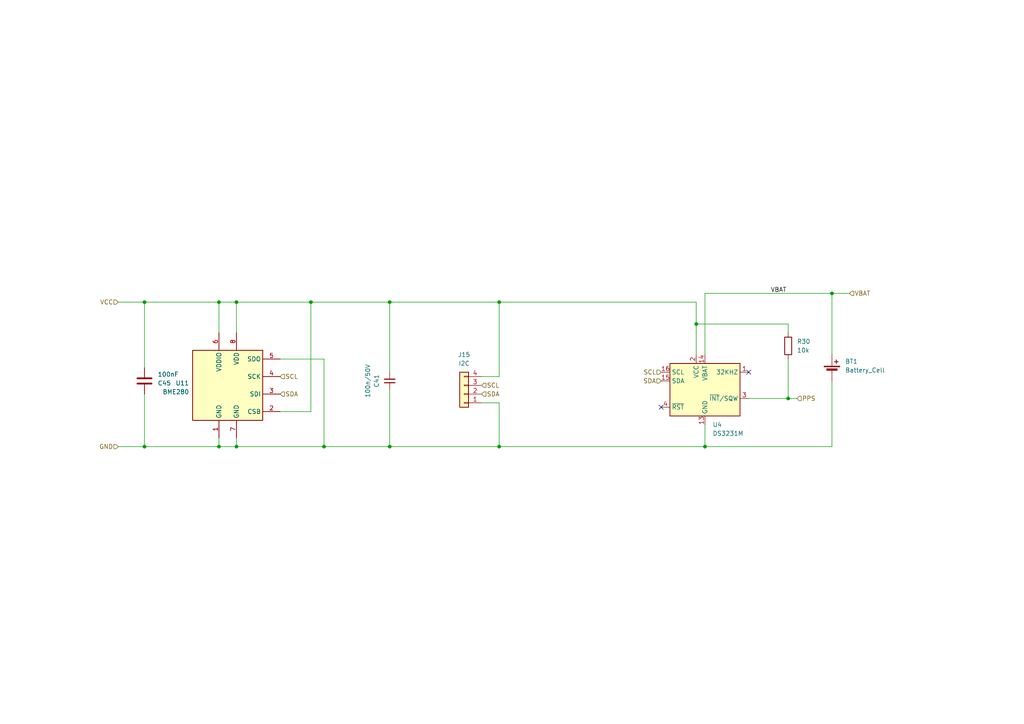
<source format=kicad_sch>
(kicad_sch (version 20250114) (generator "eeschema") (generator_version "9.0")
  (paper "A4")
  (lib_symbols
    (symbol "Connector_Generic:Conn_01x04" (pin_names (offset 1.016) (hide yes))
      (property "Reference" "J" (at 0 5.08 0))
      (property "Value" "Conn_01x04" (at 0 -7.62 0))
      (symbol "Conn_01x04_1_1"
        (rectangle (start -1.27 3.81) (end 1.27 -6.35) (stroke (width 0.254)) (fill (type background)))
        (rectangle (start -1.27 2.667) (end 0 2.413) (stroke (width 0.1524)))
        (rectangle (start -1.27 0.127) (end 0 -0.127) (stroke (width 0.1524)))
        (rectangle (start -1.27 -2.413) (end 0 -2.667) (stroke (width 0.1524)))
        (rectangle (start -1.27 -4.953) (end 0 -5.207) (stroke (width 0.1524)))
        (pin passive line (at -5.08 2.54 0) (length 3.81) (name "Pin_1") (number "1"))
        (pin passive line (at -5.08 0 0) (length 3.81) (name "Pin_2") (number "2"))
        (pin passive line (at -5.08 -2.54 0) (length 3.81) (name "Pin_3") (number "3"))
        (pin passive line (at -5.08 -5.08 0) (length 3.81) (name "Pin_4") (number "4"))
      )
    )
    (symbol "Device:Battery_Cell" (pin_numbers (hide yes)) (pin_names (offset 0) (hide yes))
      (property "Reference" "BT" (at 2.54 2.54 0))
      (property "Value" "Battery_Cell" (at 2.54 0 0))
      (symbol "Battery_Cell_0_1"
        (rectangle (start -2.286 1.778) (end 2.286 1.524) (fill (type outline)))
        (rectangle (start -1.524 1.016) (end 1.524 0.508) (fill (type outline)))
        (polyline (pts (xy 0 1.778) (xy 0 2.54)))
        (polyline (pts (xy 0 0.762) (xy 0 0)))
        (polyline (pts (xy 0.762 3.048) (xy 1.778 3.048)) (stroke (width 0.254)))
        (polyline (pts (xy 1.27 3.556) (xy 1.27 2.54)) (stroke (width 0.254)))
      )
      (symbol "Battery_Cell_1_1"
        (pin passive line (at 0 5.08 270) (length 2.54) (name "+") (number "1"))
        (pin passive line (at 0 -2.54 90) (length 2.54) (name "-") (number "2"))
      )
    )
    (symbol "Device:C" (pin_numbers (hide yes)) (pin_names (offset 0.254))
      (property "Reference" "C" (at 0.635 2.54 0))
      (property "Value" "C" (at 0.635 -2.54 0))
      (symbol "C_0_1"
        (polyline (pts (xy -2.032 0.762) (xy 2.032 0.762)) (stroke (width 0.508)))
        (polyline (pts (xy -2.032 -0.762) (xy 2.032 -0.762)) (stroke (width 0.508)))
      )
      (symbol "C_1_1"
        (pin passive line (at 0 3.81 270) (length 2.794) (name "~") (number "1"))
        (pin passive line (at 0 -3.81 90) (length 2.794) (name "~") (number "2"))
      )
    )
    (symbol "Device:C_Small" (pin_numbers (hide yes)) (pin_names (offset 0.254) (hide yes))
      (property "Reference" "C" (at 0.254 1.778 0))
      (property "Value" "C_Small" (at 0.254 -2.032 0))
      (symbol "C_Small_0_1"
        (polyline (pts (xy -1.524 0.508) (xy 1.524 0.508)) (stroke (width 0.3048)))
        (polyline (pts (xy -1.524 -0.508) (xy 1.524 -0.508)) (stroke (width 0.3302)))
      )
      (symbol "C_Small_1_1"
        (pin passive line (at 0 2.54 270) (length 2.032) (name "~") (number "1"))
        (pin passive line (at 0 -2.54 90) (length 2.032) (name "~") (number "2"))
      )
    )
    (symbol "Device:R" (pin_numbers (hide yes)) (pin_names (offset 0))
      (property "Reference" "R" (at 2.032 0 90))
      (property "Value" "R" (at 0 0 90))
      (symbol "R_0_1"
        (rectangle (start -1.016 -2.54) (end 1.016 2.54) (stroke (width 0.254)))
      )
      (symbol "R_1_1"
        (pin passive line (at 0 3.81 270) (length 1.27) (name "~") (number "1"))
        (pin passive line (at 0 -3.81 90) (length 1.27) (name "~") (number "2"))
      )
    )
    (symbol "Sensor:BME280"
      (property "Reference" "U" (at -8.89 11.43 0))
      (property "Value" "BME280" (at 7.62 11.43 0))
      (symbol "BME280_0_1"
        (rectangle (start -10.16 10.16) (end 10.16 -10.16) (stroke (width 0.254)) (fill (type background)))
      )
      (symbol "BME280_1_1"
        (pin power_in line (at -2.54 15.24 270) (length 5.08) (name "VDDIO") (number "6"))
        (pin power_in line (at -2.54 -15.24 90) (length 5.08) (name "GND") (number "1"))
        (pin power_in line (at 2.54 15.24 270) (length 5.08) (name "VDD") (number "8"))
        (pin power_in line (at 2.54 -15.24 90) (length 5.08) (name "GND") (number "7"))
        (pin bidirectional line (at 15.24 7.62 180) (length 5.08) (name "SDO") (number "5"))
        (pin input line (at 15.24 2.54 180) (length 5.08) (name "SCK") (number "4"))
        (pin bidirectional line (at 15.24 -2.54 180) (length 5.08) (name "SDI") (number "3"))
        (pin input line (at 15.24 -7.62 180) (length 5.08) (name "CSB") (number "2"))
      )
    )
    (symbol "Timer_RTC:DS3231M"
      (property "Reference" "U" (at -7.62 8.89 0))
      (property "Value" "DS3231M" (at 10.16 8.89 0))
      (symbol "DS3231M_0_1"
        (rectangle (start -10.16 7.62) (end 10.16 -7.62) (stroke (width 0.254)) (fill (type background)))
      )
      (symbol "DS3231M_1_1"
        (pin input line (at -12.7 5.08 0) (length 2.54) (name "SCL") (number "16"))
        (pin bidirectional line (at -12.7 2.54 0) (length 2.54) (name "SDA") (number "15"))
        (pin bidirectional line (at -12.7 -5.08 0) (length 2.54) (name "~{RST}") (number "4"))
        (pin power_in line (at -2.54 10.16 270) (length 2.54) (name "VCC") (number "2"))
        (pin power_in line (at 0 10.16 270) (length 2.54) (name "VBAT") (number "14"))
        (pin passive line (at 0 -10.16 90) (length 2.54) (hide yes) (name "GND") (number "10"))
        (pin passive line (at 0 -10.16 90) (length 2.54) (hide yes) (name "GND") (number "11"))
        (pin passive line (at 0 -10.16 90) (length 2.54) (hide yes) (name "GND") (number "12"))
        (pin power_in line (at 0 -10.16 90) (length 2.54) (name "GND") (number "13"))
        (pin passive line (at 0 -10.16 90) (length 2.54) (hide yes) (name "GND") (number "5"))
        (pin passive line (at 0 -10.16 90) (length 2.54) (hide yes) (name "GND") (number "6"))
        (pin passive line (at 0 -10.16 90) (length 2.54) (hide yes) (name "GND") (number "7"))
        (pin passive line (at 0 -10.16 90) (length 2.54) (hide yes) (name "GND") (number "8"))
        (pin passive line (at 0 -10.16 90) (length 2.54) (hide yes) (name "GND") (number "9"))
        (pin open_collector line (at 12.7 5.08 180) (length 2.54) (name "32KHZ") (number "1"))
        (pin open_collector line (at 12.7 -2.54 180) (length 2.54) (name "~{INT}/SQW") (number "3"))
      )
    )
  )
  (junction (at 241.3 85.09))
  (junction (at 90.17 87.63))
  (junction (at 228.6 115.57))
  (junction (at 113.03 87.63))
  (junction (at 93.98 129.54))
  (junction (at 144.78 129.54))
  (junction (at 68.58 129.54))
  (junction (at 68.58 87.63))
  (junction (at 41.91 87.63))
  (junction (at 204.47 129.54))
  (junction (at 41.91 129.54))
  (junction (at 201.93 93.98))
  (junction (at 63.5 87.63))
  (junction (at 144.78 87.63))
  (junction (at 63.5 129.54))
  (junction (at 113.03 129.54))
  (no_connect (at 217.17 107.95))
  (no_connect (at 191.77 118.11))
  (wire (pts (xy 228.6 104.14) (xy 228.6 115.57)))
  (wire (pts (xy 113.03 113.03) (xy 113.03 129.54)))
  (wire (pts (xy 241.3 85.09) (xy 204.47 85.09)))
  (wire (pts (xy 144.78 109.22) (xy 144.78 87.63)))
  (wire (pts (xy 41.91 129.54) (xy 41.91 114.3)))
  (wire (pts (xy 241.3 102.87) (xy 241.3 85.09)))
  (wire (pts (xy 90.17 119.38) (xy 81.28 119.38)))
  (wire (pts (xy 201.93 87.63) (xy 201.93 93.98)))
  (wire (pts (xy 68.58 87.63) (xy 68.58 96.52)))
  (wire (pts (xy 113.03 129.54) (xy 144.78 129.54)))
  (wire (pts (xy 204.47 85.09) (xy 204.47 102.87)))
  (wire (pts (xy 113.03 87.63) (xy 113.03 107.95)))
  (wire (pts (xy 93.98 129.54) (xy 113.03 129.54)))
  (wire (pts (xy 144.78 129.54) (xy 204.47 129.54)))
  (wire (pts (xy 63.5 87.63) (xy 68.58 87.63)))
  (wire (pts (xy 204.47 129.54) (xy 241.3 129.54)))
  (wire (pts (xy 41.91 87.63) (xy 41.91 106.68)))
  (wire (pts (xy 113.03 87.63) (xy 144.78 87.63)))
  (wire (pts (xy 144.78 87.63) (xy 201.93 87.63)))
  (wire (pts (xy 90.17 87.63) (xy 90.17 119.38)))
  (wire (pts (xy 201.93 93.98) (xy 228.6 93.98)))
  (wire (pts (xy 144.78 116.84) (xy 144.78 129.54)))
  (wire (pts (xy 139.7 109.22) (xy 144.78 109.22)))
  (wire (pts (xy 241.3 85.09) (xy 246.38 85.09)))
  (wire (pts (xy 93.98 129.54) (xy 93.98 104.14)))
  (wire (pts (xy 63.5 87.63) (xy 63.5 96.52)))
  (wire (pts (xy 34.29 87.63) (xy 41.91 87.63)))
  (wire (pts (xy 241.3 110.49) (xy 241.3 129.54)))
  (wire (pts (xy 228.6 115.57) (xy 217.17 115.57)))
  (wire (pts (xy 231.14 115.57) (xy 228.6 115.57)))
  (wire (pts (xy 204.47 129.54) (xy 204.47 123.19)))
  (wire (pts (xy 34.29 129.54) (xy 41.91 129.54)))
  (wire (pts (xy 201.93 93.98) (xy 201.93 102.87)))
  (wire (pts (xy 63.5 127) (xy 63.5 129.54)))
  (wire (pts (xy 68.58 87.63) (xy 90.17 87.63)))
  (wire (pts (xy 41.91 129.54) (xy 63.5 129.54)))
  (wire (pts (xy 93.98 104.14) (xy 81.28 104.14)))
  (wire (pts (xy 68.58 129.54) (xy 93.98 129.54)))
  (wire (pts (xy 139.7 116.84) (xy 144.78 116.84)))
  (wire (pts (xy 68.58 129.54) (xy 68.58 127)))
  (wire (pts (xy 63.5 129.54) (xy 68.58 129.54)))
  (wire (pts (xy 90.17 87.63) (xy 113.03 87.63)))
  (wire (pts (xy 228.6 93.98) (xy 228.6 96.52)))
  (wire (pts (xy 41.91 87.63) (xy 63.5 87.63)))
  (label "VBAT" (at 223.52 85.09 0))
  (hierarchical_label "SDA" (shape input) (at 191.77 110.49 180))
  (hierarchical_label "PPS" (shape input) (at 231.14 115.57 0))
  (hierarchical_label "VCC" (shape input) (at 34.29 87.63 180))
  (hierarchical_label "SCL" (shape input) (at 139.7 111.76 0))
  (hierarchical_label "SCL" (shape input) (at 191.77 107.95 180))
  (hierarchical_label "VBAT" (shape input) (at 246.38 85.09 0))
  (hierarchical_label "SDA" (shape input) (at 139.7 114.3 0))
  (hierarchical_label "SDA" (shape input) (at 81.28 114.3 0))
  (hierarchical_label "SCL" (shape input) (at 81.28 109.22 0))
  (hierarchical_label "GND" (shape input) (at 34.29 129.54 180))
  (symbol (lib_id "Sensor:BME280") (at 66.04 111.76 0) (unit 1) (on_board no)
    (property "Reference" "U11" (at 54.864 111.125 0) (effects (justify right)))
    (property "Value" "BME280" (at 54.864 113.665 0) (effects (justify right)))
    (property "Footprint" "Package_LGA:Bosch_LGA-8_2.5x2.5mm_P0.65mm_ClockwisePinNumbering" (effects (hide yes)))
    (property "Datasheet" "https://www.bosch-sensortec.com/media/boschsensortec/downloads/datasheets/bst-bme280-ds002.pdf" (effects (hide yes)))
  )
  (symbol (lib_id "Device:R") (at 228.6 100.33 180) (unit 1) (on_board no)
    (property "Reference" "R30" (at 231.14 99.0599 0) (effects (justify right)))
    (property "Value" "10k" (at 231.14 101.5999 0) (effects (justify right)))
    (property "Footprint" "Resistor_SMD:R_0402_1005Metric" (effects (hide yes)))
  )
  (symbol (lib_id "Device:C") (at 41.91 110.49 0) (mirror x) (unit 1) (on_board no)
    (property "Reference" "C45" (at 45.72 111.125 0) (effects (justify left)))
    (property "Value" "100nF" (at 45.72 108.585 0) (effects (justify left)))
    (property "Footprint" "Capacitor_SMD:C_0402_1005Metric" (effects (hide yes)))
  )
  (symbol (lib_id "Timer_RTC:DS3231M") (at 204.47 113.03 0) (unit 1) (on_board no)
    (property "Reference" "U4" (at 206.6641 123.19 0) (effects (justify left)))
    (property "Value" "DS3231M" (at 206.6641 125.73 0) (effects (justify left)))
    (property "Footprint" "Package_SO:SOIC-16W_7.5x10.3mm_P1.27mm" (effects (hide yes)))
    (property "Datasheet" "http://datasheets.maximintegrated.com/en/ds/DS3231.pdf" (effects (hide yes)))
    (property "Description" "Extremely Accurate I2C-Integrated RTC/TCXO/Crystal SOIC-16" (effects (hide yes)))
  )
  (symbol (lib_id "Device:C_Small") (at 113.03 110.49 180) (unit 1)
    (property "Reference" "C41" (at 109.22 110.49 90))
    (property "Value" "100n/50V" (at 106.68 110.49 90))
    (property "Footprint" "Capacitor_SMD:C_0402_1005Metric" (effects (hide yes)))
  )
  (symbol (lib_id "Device:Battery_Cell") (at 241.3 107.95 0) (unit 1)
    (property "Reference" "BT1" (at 245.11 104.8384 0) (effects (justify left)))
    (property "Value" "Battery_Cell" (at 245.11 107.3784 0) (effects (justify left)))
    (property "Footprint" "myLib_SMD:CR1220_holder" (effects (hide yes)))
    (property "Description" "Single-cell battery" (effects (hide yes)))
  )
  (symbol (lib_id "Connector_Generic:Conn_01x04") (at 134.62 114.3 180) (unit 1)
    (property "Reference" "J15" (at 134.62 102.87 0))
    (property "Value" "I2C" (at 134.62 105.41 0))
    (property "Footprint" "Connector_JST:JST_PH_B4B-PH-K_1x04_P2.00mm_Vertical" (effects (hide yes)))
    (property "Description" "Generic connector, single row, 01x04, script generated (kicad-library-utils/schlib/autogen/connector/)" (effects (hide yes)))
  )
)
</source>
